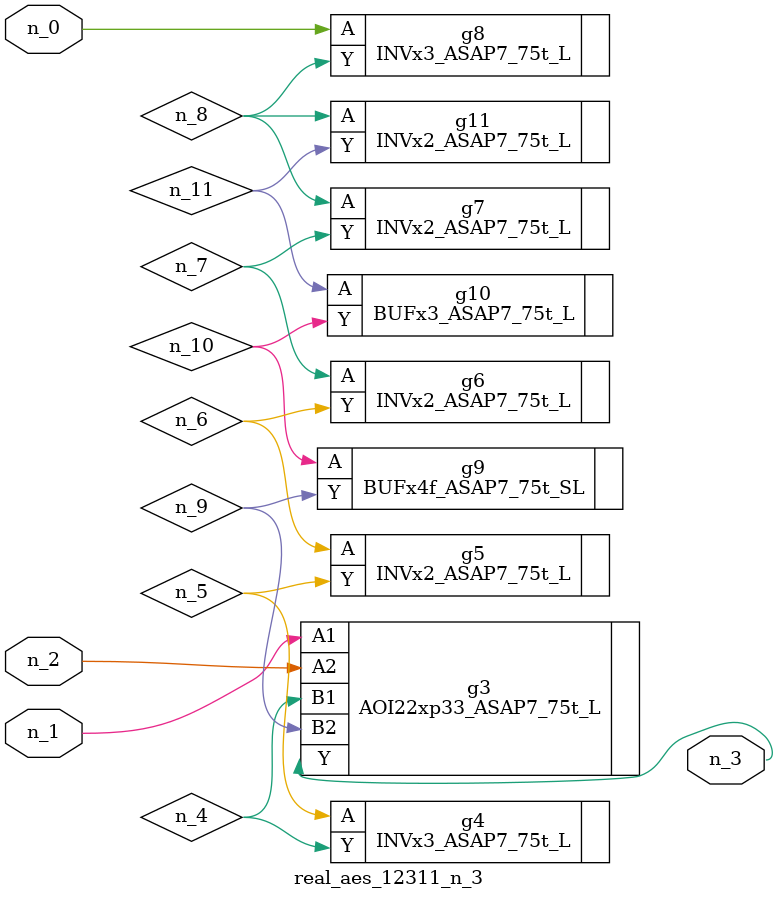
<source format=v>
module real_aes_12311_n_3 (n_0, n_2, n_1, n_3);
input n_0;
input n_2;
input n_1;
output n_3;
wire n_4;
wire n_5;
wire n_7;
wire n_9;
wire n_6;
wire n_8;
wire n_10;
wire n_11;
INVx3_ASAP7_75t_L g8 ( .A(n_0), .Y(n_8) );
AOI22xp33_ASAP7_75t_L g3 ( .A1(n_1), .A2(n_2), .B1(n_4), .B2(n_9), .Y(n_3) );
INVx3_ASAP7_75t_L g4 ( .A(n_5), .Y(n_4) );
INVx2_ASAP7_75t_L g5 ( .A(n_6), .Y(n_5) );
INVx2_ASAP7_75t_L g6 ( .A(n_7), .Y(n_6) );
INVx2_ASAP7_75t_L g7 ( .A(n_8), .Y(n_7) );
INVx2_ASAP7_75t_L g11 ( .A(n_8), .Y(n_11) );
BUFx4f_ASAP7_75t_SL g9 ( .A(n_10), .Y(n_9) );
BUFx3_ASAP7_75t_L g10 ( .A(n_11), .Y(n_10) );
endmodule
</source>
